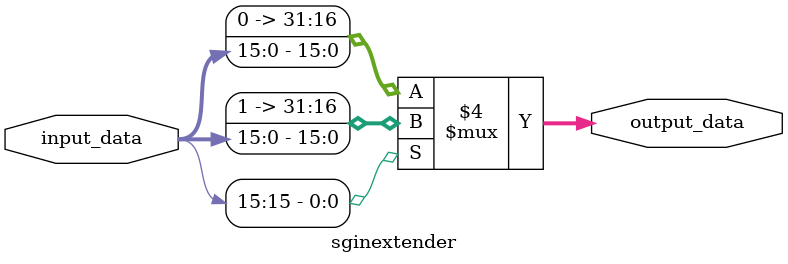
<source format=sv>
module sginextender(
    input logic [15:0] input_data, //  (16 bits)
    output logic [31:0] output_data // (32 bits)
);

    // Sign extend logic
    always_comb begin
        if (input_data[15] == 1'b1) // If the sign bit is 1 - it is negative
            output_data = {{16{1'b1}}, input_data};
        else // If the sign bit is 0 (positive or zero)
            output_data = {{16{1'b0}}, input_data};
    end

endmodule
</source>
